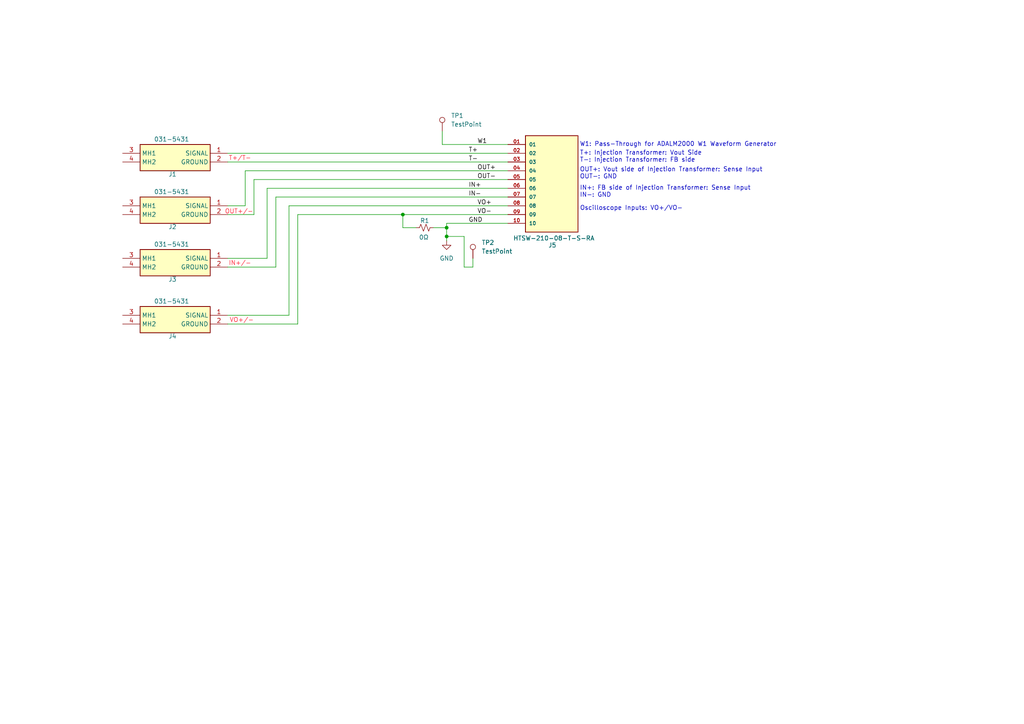
<source format=kicad_sch>
(kicad_sch (version 20250114) (generator "eeschema") (generator_version "9.0")
  (paper "A4")
  (lib_symbols
    (symbol "Connector:TestPoint" (pin_numbers (hide yes)) (pin_names (offset 0.762) (hide yes))
      (property "Reference" "TP" (at 0 6.858 0))
      (property "Value" "TestPoint" (at 0 5.08 0))
      (symbol "TestPoint_0_1"
        (circle (center 0 3.302) (radius 0.762))
      )
      (symbol "TestPoint_1_1"
        (pin passive line (at 0 0 90) (length 2.54) (name "1") (number "1"))
      )
    )
    (symbol "Device:R_Small_US" (pin_numbers (hide yes)) (pin_names (offset 0.254) (hide yes))
      (property "Reference" "R" (at 0.762 0.508 0))
      (property "Value" "R_Small_US" (at 0.762 -1.016 0))
      (symbol "R_Small_US_1_1"
        (polyline (pts (xy 0 1.524) (xy 1.016 1.143) (xy 0 0.762) (xy -1.016 0.381) (xy 0 0)))
        (polyline (pts (xy 0 0) (xy 1.016 -0.381) (xy 0 -0.762) (xy -1.016 -1.143) (xy 0 -1.524)))
        (pin passive line (at 0 2.54 270) (length 1.016) (name "~") (number "1"))
        (pin passive line (at 0 -2.54 90) (length 1.016) (name "~") (number "2"))
      )
    )
    (symbol "SamacSys_Parts:031-5431"
      (property "Reference" "J" (at 26.67 7.62 0))
      (property "Value" "031-5431" (at 26.67 5.08 0))
      (symbol "031-5431_1_1"
        (rectangle (start 5.08 2.54) (end 25.4 -5.08) (stroke (width 0.254)) (fill (type background)))
        (pin passive line (at 0 0 0) (length 5.08) (name "GROUND") (number "2"))
        (pin passive line (at 0 -2.54 0) (length 5.08) (name "SIGNAL") (number "1"))
        (pin passive line (at 30.48 0 180) (length 5.08) (name "MH2") (number "4"))
        (pin passive line (at 30.48 -2.54 180) (length 5.08) (name "MH1") (number "3"))
      )
    )
    (symbol "power:GND" (power) (pin_numbers (hide yes)) (pin_names (offset 0) (hide yes))
      (property "Value" "GND" (at 0 -3.81 0))
      (symbol "GND_0_1"
        (polyline (pts (xy 0 0) (xy 0 -1.27) (xy 1.27 -1.27) (xy 0 -2.54) (xy -1.27 -1.27) (xy 0 -1.27)))
      )
      (symbol "GND_1_1"
        (pin power_in line (at 0 0 270) (length 0) (name "~") (number "1"))
      )
    )
    (symbol "spencer-connectors:HTSW-210-08-T-S-RA" (pin_names (offset 1.016))
      (property "Reference" "J" (at -8.12 15.24 0))
      (property "Value" "HTSW-210-08-T-S-RA" (at -7.62 -15.24 0))
      (symbol "HTSW-210-08-T-S-RA_0_0"
        (rectangle (start -7.62 -12.7) (end 7.62 15.24) (stroke (width 0.254)) (fill (type background)))
        (pin passive line (at -12.7 12.7 0) (length 5.08) (name "01") (number "01"))
        (pin passive line (at -12.7 10.16 0) (length 5.08) (name "02") (number "02"))
        (pin passive line (at -12.7 7.62 0) (length 5.08) (name "03") (number "03"))
        (pin passive line (at -12.7 5.08 0) (length 5.08) (name "04") (number "04"))
        (pin passive line (at -12.7 2.54 0) (length 5.08) (name "05") (number "05"))
        (pin passive line (at -12.7 0 0) (length 5.08) (name "06") (number "06"))
        (pin passive line (at -12.7 -2.54 0) (length 5.08) (name "07") (number "07"))
        (pin passive line (at -12.7 -5.08 0) (length 5.08) (name "08") (number "08"))
        (pin passive line (at -12.7 -7.62 0) (length 5.08) (name "09") (number "09"))
        (pin passive line (at -12.7 -10.16 0) (length 5.08) (name "10") (number "10"))
      )
    )
  )
  (text "T+/T-" (at 69.596 45.974 0) (effects (font (size 1.27 1.27))))
  (text "T+: Injection Transformer: Vout Side\nT-: Injection Transformer: FB side" (at 168.148 45.466 0) (effects (font (size 1.27 1.27)) (justify left)))
  (text "IN+: FB side of Injection Transformer: Sense Input\nIN-: GND" (at 168.148 55.626 0) (effects (font (size 1.27 1.27)) (justify left)))
  (text "Oscilloscope Inputs: VO+/VO-" (at 183.134 60.452 0) (effects (font (size 1.27 1.27))))
  (text "W1: Pass-Through for ADALM2000 W1 Waveform Generator\n" (at 168.148 41.91 0) (effects (font (size 1.27 1.27)) (justify left)))
  (text "IN+/-" (at 69.596 76.454 0) (effects (font (size 1.27 1.27))))
  (text "OUT+/-" (at 69.342 61.468 0) (effects (font (size 1.27 1.27))))
  (text "VO+/-" (at 70.104 92.964 0) (effects (font (size 1.27 1.27))))
  (text "OUT+: Vout side of Injection Transformer: Sense Input\nOUT-: GND" (at 168.148 50.292 0) (effects (font (size 1.27 1.27)) (justify left)))
  (junction (at 116.84 62.23))
  (junction (at 129.54 66.04))
  (junction (at 129.54 68.58))
  (wire (pts (xy 86.36 62.23) (xy 86.36 93.98)))
  (wire (pts (xy 80.01 57.15) (xy 147.32 57.15)))
  (wire (pts (xy 80.01 77.47) (xy 66.04 77.47)))
  (wire (pts (xy 71.12 59.69) (xy 66.04 59.69)))
  (wire (pts (xy 116.84 62.23) (xy 147.32 62.23)))
  (wire (pts (xy 83.82 59.69) (xy 147.32 59.69)))
  (wire (pts (xy 134.62 68.58) (xy 129.54 68.58)))
  (wire (pts (xy 116.84 62.23) (xy 86.36 62.23)))
  (wire (pts (xy 83.82 91.44) (xy 66.04 91.44)))
  (wire (pts (xy 128.27 41.91) (xy 147.32 41.91)))
  (wire (pts (xy 129.54 68.58) (xy 129.54 69.85)))
  (wire (pts (xy 73.66 52.07) (xy 73.66 62.23)))
  (wire (pts (xy 66.04 44.45) (xy 147.32 44.45)))
  (wire (pts (xy 137.16 74.93) (xy 137.16 77.47)))
  (wire (pts (xy 129.54 64.77) (xy 147.32 64.77)))
  (wire (pts (xy 83.82 59.69) (xy 83.82 91.44)))
  (wire (pts (xy 128.27 41.91) (xy 128.27 38.1)))
  (wire (pts (xy 134.62 77.47) (xy 134.62 68.58)))
  (wire (pts (xy 137.16 77.47) (xy 134.62 77.47)))
  (wire (pts (xy 77.47 54.61) (xy 147.32 54.61)))
  (wire (pts (xy 125.73 66.04) (xy 129.54 66.04)))
  (wire (pts (xy 86.36 93.98) (xy 66.04 93.98)))
  (wire (pts (xy 73.66 52.07) (xy 147.32 52.07)))
  (wire (pts (xy 73.66 62.23) (xy 66.04 62.23)))
  (wire (pts (xy 80.01 57.15) (xy 80.01 77.47)))
  (wire (pts (xy 71.12 49.53) (xy 71.12 59.69)))
  (wire (pts (xy 129.54 64.77) (xy 129.54 66.04)))
  (wire (pts (xy 66.04 46.99) (xy 147.32 46.99)))
  (wire (pts (xy 77.47 54.61) (xy 77.47 74.93)))
  (wire (pts (xy 71.12 49.53) (xy 147.32 49.53)))
  (wire (pts (xy 116.84 66.04) (xy 120.65 66.04)))
  (wire (pts (xy 116.84 62.23) (xy 116.84 66.04)))
  (wire (pts (xy 129.54 66.04) (xy 129.54 68.58)))
  (wire (pts (xy 77.47 74.93) (xy 66.04 74.93)))
  (label "VO-" (at 138.43 62.23 0))
  (label "IN+" (at 135.89 54.61 0))
  (label "IN-" (at 135.89 57.15 0))
  (label "VO+" (at 138.43 59.69 0))
  (label "GND" (at 135.89 64.77 0))
  (label "W1" (at 138.43 41.91 0))
  (label "OUT-" (at 138.43 52.07 0))
  (label "OUT+" (at 138.43 49.53 0))
  (label "T-" (at 135.89 46.99 0))
  (label "T+" (at 135.89 44.45 0))
  (symbol (lib_id "SamacSys_Parts:031-5431") (at 66.04 62.23 180) (unit 1)
    (property "Reference" "J2" (at 50.038 65.786 0))
    (property "Value" "031-5431" (at 49.784 55.626 0))
    (property "Footprint" "0315431" (effects (hide yes)))
    (property "Datasheet" "https://www.amphenolrf.com/library/download/link/link_id/594435/parent/031-5431/?fbclid=IwZXh0bgNhZW0CMTEAAR2w3LtRKA1QKc3cNxgjO_q3AmU8s7i6XtcFB02xGOY8LTAobjKqMtJOAec_aem_vQtRmi8mg8o9nAKgw1-Z4A" (effects (hide yes)))
    (property "Description" "BNC Right Angle PCB Jack Through Hole Bulkhead Rear Mount 50 Ohm" (effects (hide yes)))
    (property "Height" "15.9" (effects (hide yes)))
    (property "Mouser Part Number" "523-31-5431" (effects (hide yes)))
    (property "Mouser Price/Stock" "https://www.mouser.co.uk/ProductDetail/Amphenol-RF/031-5431?qs=py4qCovljJ9bipazYbHFXA%3D%3D" (effects (hide yes)))
    (property "Manufacturer_Name" "Amphenol RF" (effects (hide yes)))
    (property "Manufacturer_Part_Number" "031-5431" (effects (hide yes)))
  )
  (symbol (lib_id "SamacSys_Parts:031-5431") (at 66.04 77.47 180) (unit 1)
    (property "Reference" "J3" (at 50.038 81.026 0))
    (property "Value" "031-5431" (at 49.784 70.866 0))
    (property "Footprint" "0315431" (effects (hide yes)))
    (property "Datasheet" "https://www.amphenolrf.com/library/download/link/link_id/594435/parent/031-5431/?fbclid=IwZXh0bgNhZW0CMTEAAR2w3LtRKA1QKc3cNxgjO_q3AmU8s7i6XtcFB02xGOY8LTAobjKqMtJOAec_aem_vQtRmi8mg8o9nAKgw1-Z4A" (effects (hide yes)))
    (property "Description" "BNC Right Angle PCB Jack Through Hole Bulkhead Rear Mount 50 Ohm" (effects (hide yes)))
    (property "Height" "15.9" (effects (hide yes)))
    (property "Mouser Part Number" "523-31-5431" (effects (hide yes)))
    (property "Mouser Price/Stock" "https://www.mouser.co.uk/ProductDetail/Amphenol-RF/031-5431?qs=py4qCovljJ9bipazYbHFXA%3D%3D" (effects (hide yes)))
    (property "Manufacturer_Name" "Amphenol RF" (effects (hide yes)))
    (property "Manufacturer_Part_Number" "031-5431" (effects (hide yes)))
  )
  (symbol (lib_id "SamacSys_Parts:031-5431") (at 66.04 93.98 180) (unit 1)
    (property "Reference" "J4" (at 50.038 97.536 0))
    (property "Value" "031-5431" (at 49.784 87.376 0))
    (property "Footprint" "0315431" (effects (hide yes)))
    (property "Datasheet" "https://www.amphenolrf.com/library/download/link/link_id/594435/parent/031-5431/?fbclid=IwZXh0bgNhZW0CMTEAAR2w3LtRKA1QKc3cNxgjO_q3AmU8s7i6XtcFB02xGOY8LTAobjKqMtJOAec_aem_vQtRmi8mg8o9nAKgw1-Z4A" (effects (hide yes)))
    (property "Description" "BNC Right Angle PCB Jack Through Hole Bulkhead Rear Mount 50 Ohm" (effects (hide yes)))
    (property "Height" "15.9" (effects (hide yes)))
    (property "Mouser Part Number" "523-31-5431" (effects (hide yes)))
    (property "Mouser Price/Stock" "https://www.mouser.co.uk/ProductDetail/Amphenol-RF/031-5431?qs=py4qCovljJ9bipazYbHFXA%3D%3D" (effects (hide yes)))
    (property "Manufacturer_Name" "Amphenol RF" (effects (hide yes)))
    (property "Manufacturer_Part_Number" "031-5431" (effects (hide yes)))
  )
  (symbol (lib_id "SamacSys_Parts:031-5431") (at 66.04 46.99 180) (unit 1)
    (property "Reference" "J1" (at 50.038 50.546 0))
    (property "Value" "031-5431" (at 49.784 40.386 0))
    (property "Footprint" "0315431" (effects (hide yes)))
    (property "Datasheet" "https://www.amphenolrf.com/library/download/link/link_id/594435/parent/031-5431/?fbclid=IwZXh0bgNhZW0CMTEAAR2w3LtRKA1QKc3cNxgjO_q3AmU8s7i6XtcFB02xGOY8LTAobjKqMtJOAec_aem_vQtRmi8mg8o9nAKgw1-Z4A" (effects (hide yes)))
    (property "Description" "BNC Right Angle PCB Jack Through Hole Bulkhead Rear Mount 50 Ohm" (effects (hide yes)))
    (property "Height" "15.9" (effects (hide yes)))
    (property "Mouser Part Number" "523-31-5431" (effects (hide yes)))
    (property "Mouser Price/Stock" "https://www.mouser.co.uk/ProductDetail/Amphenol-RF/031-5431?qs=py4qCovljJ9bipazYbHFXA%3D%3D" (effects (hide yes)))
    (property "Manufacturer_Name" "Amphenol RF" (effects (hide yes)))
    (property "Manufacturer_Part_Number" "031-5431" (effects (hide yes)))
  )
  (symbol (lib_id "Connector:TestPoint") (at 128.27 38.1 0) (unit 1)
    (property "Reference" "TP1" (at 130.81 33.5279 0) (effects (justify left)))
    (property "Value" "TestPoint" (at 130.81 36.0679 0) (effects (justify left)))
    (property "Footprint" "TestPoint:TestPoint_Pad_1.5x1.5mm" (effects (hide yes)))
    (property "Description" "test point" (effects (hide yes)))
  )
  (symbol (lib_id "spencer-connectors:HTSW-210-08-T-S-RA") (at 160.02 54.61 0) (unit 1)
    (property "Reference" "J5" (at 159.004 71.12 0) (effects (justify left)))
    (property "Value" "HTSW-210-08-T-S-RA" (at 148.844 69.088 0) (effects (justify left)))
    (property "Footprint" "spencer-connectors:SAMTEC_HTSW-210-08-T-S-RA" (effects (hide yes)))
    (property "PARTREV" "R" (effects (hide yes)))
    (property "STANDARD" "Manufacturer Recommendations" (effects (hide yes)))
    (property "MANUFACTURER" "Samtec" (effects (hide yes)))
  )
  (symbol (lib_id "Device:R_Small_US") (at 123.19 66.04 90) (unit 1)
    (property "Reference" "R1" (at 123.19 64.008 90))
    (property "Value" "0Ω" (at 122.936 68.834 90))
    (property "Footprint" "Resistor_SMD:R_0805_2012Metric" (effects (hide yes)))
    (property "Description" "Resistor, small US symbol" (effects (hide yes)))
  )
  (symbol (lib_id "Connector:TestPoint") (at 137.16 74.93 0) (unit 1)
    (property "Reference" "TP2" (at 139.7 70.3579 0) (effects (justify left)))
    (property "Value" "TestPoint" (at 139.7 72.8979 0) (effects (justify left)))
    (property "Footprint" "TestPoint:TestPoint_Pad_1.5x1.5mm" (effects (hide yes)))
    (property "Description" "test point" (effects (hide yes)))
  )
  (symbol (lib_id "power:GND") (at 129.54 69.85 0) (unit 1)
    (property "Reference" "#PWR01" (effects (hide yes)))
    (property "Value" "GND" (at 129.54 74.93 0))
    (property "Description" "Power symbol creates a global label with name \"GND\" , ground" (effects (hide yes)))
  )
)
</source>
